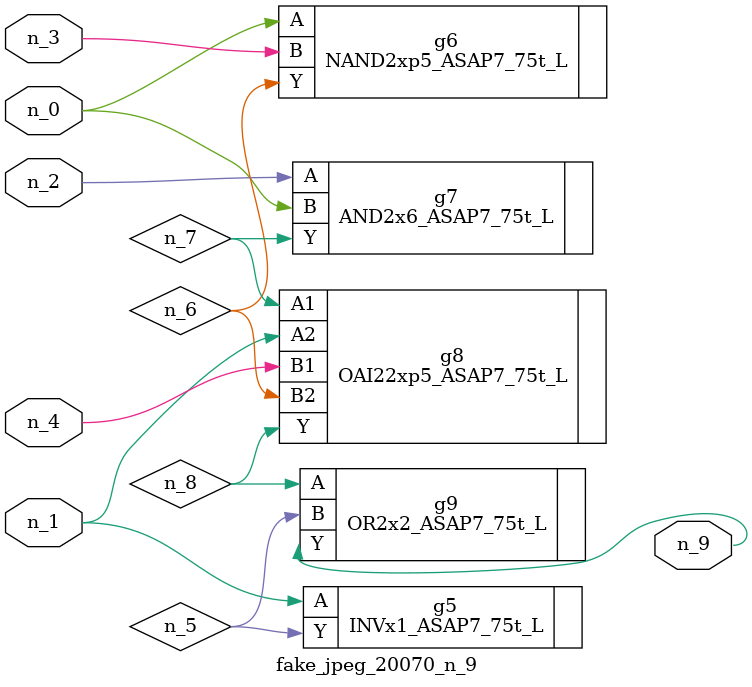
<source format=v>
module fake_jpeg_20070_n_9 (n_3, n_2, n_1, n_0, n_4, n_9);

input n_3;
input n_2;
input n_1;
input n_0;
input n_4;

output n_9;

wire n_8;
wire n_6;
wire n_5;
wire n_7;

INVx1_ASAP7_75t_L g5 ( 
.A(n_1),
.Y(n_5)
);

NAND2xp5_ASAP7_75t_L g6 ( 
.A(n_0),
.B(n_3),
.Y(n_6)
);

AND2x6_ASAP7_75t_L g7 ( 
.A(n_2),
.B(n_0),
.Y(n_7)
);

OAI22xp5_ASAP7_75t_L g8 ( 
.A1(n_7),
.A2(n_1),
.B1(n_4),
.B2(n_6),
.Y(n_8)
);

OR2x2_ASAP7_75t_L g9 ( 
.A(n_8),
.B(n_5),
.Y(n_9)
);


endmodule
</source>
